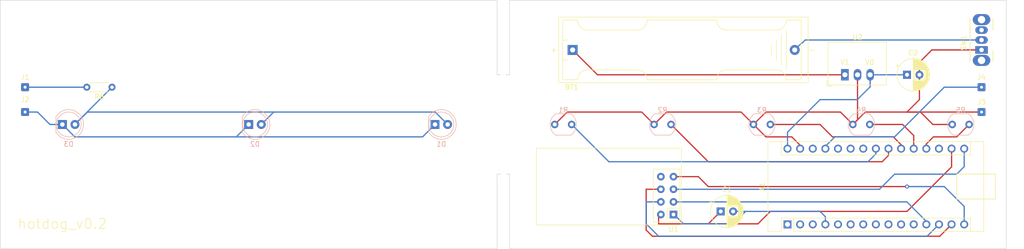
<source format=kicad_pcb>
(kicad_pcb (version 20211014) (generator pcbnew)
  (layers (0 "F.Cu" signal) (31 "B.Cu" signal) (34 "B.Paste" user) (35 "F.Paste" user) (36 "B.SilkS" user "B.Silkscreen") (37 "F.SilkS" user "F.Silkscreen") (38 "B.Mask" user) (39 "F.Mask" user) (44 "Edge.Cuts" user))
  (net 0 "")
  (net 4 "Net-(A1-Pad4)")
  (net 12 "Net-(A1-Pad12)")
  (net 13 "Net-(A1-Pad13)")
  (net 14 "Net-(A1-Pad14)")
  (net 15 "Net-(A1-Pad15)")
  (net 16 "Net-(A1-Pad16)")
  (net 17 "Net-(A1-Pad17)")
  (net 19 "Net-(A1-Pad19)")
  (net 20 "Net-(A1-Pad20)")
  (net 21 "Net-(A1-Pad21)")
  (net 22 "Net-(A1-Pad22)")
  (net 23 "Net-(A1-Pad23)")
  (net 27 "Net-(A1-Pad27)")
  (net 29 "Net-(A1-Pad29)")
  (net 30 "Net-(A1-Pad30)")
  (net 31 "Net-(D1-Pad1)")
  (net 32 "Net-(D1-Pad2)")
  (net 33 "Net-(J1-Pad1)")
  (net 34 "Net-(BT1-Pad1)")
  (net 35 "Net-(BT1-Pad2)")
  (footprint "MountingHole:MountingHole_2mm" (layer "F.Cu") (at 151.25 72.5)
    (fp_text reference "REF**" hide)
    (fp_text value "MountingHole_2mm")
    (pad "" np_thru_hole circle (at 0 0) (size 1 1) (drill 1) (layers F&B.Cu *.Mask))
  )
  (footprint "Resistor_THT:R_Axial_DIN0204_L3.6mm_D1.6mm_P5.08mm_Horizontal" (layer "F.Cu") (at 72.5 67.5 180)
    (fp_text reference "R6" (at 2.54 -1.92 180) (layer "F.SilkS"))
    (fp_text value "R")
    (pad "1" thru_hole circle (at 0 0 180) (size 1.4 1.4) (drill 0.7) (layers *.Cu *.Mask) (net 32 "Net-(D1-Pad2)"))
    (pad "2" thru_hole oval (at 5.08 0 180) (size 1.4 1.4) (drill 0.7) (layers *.Cu *.Mask) (net 33 "Net-(J1-Pad1)"))
  )
  (footprint "Connector_Wire:SolderWire-0.1sqmm_1x01_D0.4mm_OD1mm" (layer "F.Cu") (at 247.5 67.5)
    (fp_text reference "J4" (at 0 -2) (layer "F.SilkS"))
    (fp_text value "Conn_01x01")
    (pad "1" thru_hole roundrect (at 0 0) (size 1.6 1.6) (drill 0.6) (layers *.Cu *.Mask) (roundrect_rratio 0.15625) (net 27 "Net-(A1-Pad27)"))
  )
  (footprint "MountingHole:MountingHole_2mm" (layer "F.Cu") (at 151.25 77.5)
    (fp_text reference "REF**" hide)
    (fp_text value "MountingHole_2mm")
    (pad "" np_thru_hole circle (at 0 0) (size 1 1) (drill 1) (layers F&B.Cu *.Mask))
  )
  (footprint "Module:Arduino_Nano" (layer "F.Cu") (at 208.45 95.11 90)
    (fp_text reference "A1" (at 7.62 -5.08 90) (layer "F.SilkS"))
    (fp_text value "Arduino_Nano_v2.x")
    (pad "1" thru_hole rect (at 0 0 90) (size 1.6 1.6) (drill 1) (layers *.Cu *.Mask))
    (pad "2" thru_hole oval (at 0 2.54 90) (size 1.6 1.6) (drill 1) (layers *.Cu *.Mask))
    (pad "3" thru_hole oval (at 0 5.08 90) (size 1.6 1.6) (drill 1) (layers *.Cu *.Mask))
    (pad "4" thru_hole oval (at 0 7.62 90) (size 1.6 1.6) (drill 1) (layers *.Cu *.Mask) (net 4 "Net-(A1-Pad4)"))
    (pad "5" thru_hole oval (at 0 10.16 90) (size 1.6 1.6) (drill 1) (layers *.Cu *.Mask))
    (pad "6" thru_hole oval (at 0 12.7 90) (size 1.6 1.6) (drill 1) (layers *.Cu *.Mask))
    (pad "7" thru_hole oval (at 0 15.24 90) (size 1.6 1.6) (drill 1) (layers *.Cu *.Mask))
    (pad "8" thru_hole oval (at 0 17.78 90) (size 1.6 1.6) (drill 1) (layers *.Cu *.Mask))
    (pad "9" thru_hole oval (at 0 20.32 90) (size 1.6 1.6) (drill 1) (layers *.Cu *.Mask))
    (pad "10" thru_hole oval (at 0 22.86 90) (size 1.6 1.6) (drill 1) (layers *.Cu *.Mask))
    (pad "11" thru_hole oval (at 0 25.4 90) (size 1.6 1.6) (drill 1) (layers *.Cu *.Mask))
    (pad "12" thru_hole oval (at 0 27.94 90) (size 1.6 1.6) (drill 1) (layers *.Cu *.Mask) (net 12 "Net-(A1-Pad12)"))
    (pad "13" thru_hole oval (at 0 30.48 90) (size 1.6 1.6) (drill 1) (layers *.Cu *.Mask) (net 13 "Net-(A1-Pad13)"))
    (pad "14" thru_hole oval (at 0 33.02 90) (size 1.6 1.6) (drill 1) (layers *.Cu *.Mask) (net 14 "Net-(A1-Pad14)"))
    (pad "15" thru_hole oval (at 0 35.56 90) (size 1.6 1.6) (drill 1) (layers *.Cu *.Mask) (net 15 "Net-(A1-Pad15)"))
    (pad "16" thru_hole oval (at 15.24 35.56 90) (size 1.6 1.6) (drill 1) (layers *.Cu *.Mask) (net 16 "Net-(A1-Pad16)"))
    (pad "17" thru_hole oval (at 15.24 33.02 90) (size 1.6 1.6) (drill 1) (layers *.Cu *.Mask) (net 17 "Net-(A1-Pad17)"))
    (pad "18" thru_hole oval (at 15.24 30.48 90) (size 1.6 1.6) (drill 1) (layers *.Cu *.Mask))
    (pad "19" thru_hole oval (at 15.24 27.94 90) (size 1.6 1.6) (drill 1) (layers *.Cu *.Mask) (net 19 "Net-(A1-Pad19)"))
    (pad "20" thru_hole oval (at 15.24 25.4 90) (size 1.6 1.6) (drill 1) (layers *.Cu *.Mask) (net 20 "Net-(A1-Pad20)"))
    (pad "21" thru_hole oval (at 15.24 22.86 90) (size 1.6 1.6) (drill 1) (layers *.Cu *.Mask) (net 21 "Net-(A1-Pad21)"))
    (pad "22" thru_hole oval (at 15.24 20.32 90) (size 1.6 1.6) (drill 1) (layers *.Cu *.Mask) (net 22 "Net-(A1-Pad22)"))
    (pad "23" thru_hole oval (at 15.24 17.78 90) (size 1.6 1.6) (drill 1) (layers *.Cu *.Mask) (net 23 "Net-(A1-Pad23)"))
    (pad "24" thru_hole oval (at 15.24 15.24 90) (size 1.6 1.6) (drill 1) (layers *.Cu *.Mask))
    (pad "25" thru_hole oval (at 15.24 12.7 90) (size 1.6 1.6) (drill 1) (layers *.Cu *.Mask))
    (pad "26" thru_hole oval (at 15.24 10.16 90) (size 1.6 1.6) (drill 1) (layers *.Cu *.Mask))
    (pad "27" thru_hole oval (at 15.24 7.62 90) (size 1.6 1.6) (drill 1) (layers *.Cu *.Mask) (net 27 "Net-(A1-Pad27)"))
    (pad "28" thru_hole oval (at 15.24 5.08 90) (size 1.6 1.6) (drill 1) (layers *.Cu *.Mask))
    (pad "29" thru_hole oval (at 15.24 2.54 90) (size 1.6 1.6) (drill 1) (layers *.Cu *.Mask) (net 29 "Net-(A1-Pad29)"))
    (pad "30" thru_hole oval (at 15.24 0 90) (size 1.6 1.6) (drill 1) (layers *.Cu *.Mask) (net 30 "Net-(A1-Pad30)"))
  )
  (footprint "MountingHole:MountingHole_2mm" (layer "F.Cu") (at 151.25 65)
    (fp_text reference "REF**" hide)
    (fp_text value "MountingHole_2mm")
    (pad "" np_thru_hole circle (at 0 0) (size 1 1) (drill 1) (layers F&B.Cu *.Mask))
  )
  (footprint "RF_Module:nRF24L01_Breakout" (layer "F.Cu") (at 185.5 93.125 180)
    (fp_text reference "U1" (at 0 -3) (layer "F.SilkS"))
    (fp_text value "NRF24L01_Breakout")
    (pad "1" thru_hole rect (at 0 0 180) (size 1.524 1.524) (drill 0.762) (layers *.Cu *.Mask) (net 4 "Net-(A1-Pad4)"))
    (pad "2" thru_hole circle (at 2.54 0 180) (size 1.524 1.524) (drill 0.762) (layers *.Cu *.Mask) (net 17 "Net-(A1-Pad17)"))
    (pad "3" thru_hole circle (at 0 2.54 180) (size 1.524 1.524) (drill 0.762) (layers *.Cu *.Mask) (net 12 "Net-(A1-Pad12)"))
    (pad "4" thru_hole circle (at 2.54 2.54 180) (size 1.524 1.524) (drill 0.762) (layers *.Cu *.Mask) (net 13 "Net-(A1-Pad13)"))
    (pad "5" thru_hole circle (at 0 5.08 180) (size 1.524 1.524) (drill 0.762) (layers *.Cu *.Mask) (net 16 "Net-(A1-Pad16)"))
    (pad "6" thru_hole circle (at 2.54 5.08 180) (size 1.524 1.524) (drill 0.762) (layers *.Cu *.Mask) (net 14 "Net-(A1-Pad14)"))
    (pad "7" thru_hole circle (at 0 7.62 180) (size 1.524 1.524) (drill 0.762) (layers *.Cu *.Mask) (net 15 "Net-(A1-Pad15)"))
    (pad "8" thru_hole circle (at 2.54 7.62 180) (size 1.524 1.524) (drill 0.762) (layers *.Cu *.Mask))
  )
  (footprint "Battery:BatteryHolder_Keystone_2466_1xAAA" (layer "F.Cu") (at 165.2 60)
    (fp_text reference "BT1" (at -0.2 7.5 180) (layer "F.SilkS"))
    (fp_text value "Battery_Cell")
    (fp_text user "+" (at -3.81 0) (layer "F.SilkS"))
    (fp_text user "-" (at 48.26 0) (layer "F.SilkS"))
    (pad "1" thru_hole rect (at 0 0) (size 2 2) (drill 1.02) (layers *.Cu *.Mask) (net 34 "Net-(BT1-Pad1)"))
    (pad "2" thru_hole circle (at 44.7 0) (size 2 2) (drill 1.02) (layers *.Cu *.Mask) (net 35 "Net-(BT1-Pad2)"))
  )
  (footprint "Capacitor_THT:CP_Radial_D6.3mm_P2.50mm" (layer "F.Cu") (at 195 92.5)
    (fp_text reference "C1" (at 1.25 -4.4) (layer "F.SilkS"))
    (fp_text value "C_Polarized")
    (pad "1" thru_hole rect (at 0 0) (size 1.6 1.6) (drill 0.8) (layers *.Cu *.Mask) (net 17 "Net-(A1-Pad17)"))
    (pad "2" thru_hole circle (at 2.5 0) (size 1.6 1.6) (drill 0.8) (layers *.Cu *.Mask) (net 4 "Net-(A1-Pad4)"))
  )
  (footprint "Converter_DCDC:Converter_DCDC_RECOM_R-78E-0.5_THT" (layer "F.Cu") (at 220 65)
    (fp_text reference "U2" (at 2.54 -7.56) (layer "F.SilkS"))
    (fp_text value "ME2108A")
    (pad "1" thru_hole rect (at 0 0) (size 1.5 2.3) (drill 1) (layers *.Cu *.Mask) (net 34 "Net-(BT1-Pad1)"))
    (pad "2" thru_hole oval (at 2.54 0) (size 1.5 2.3) (drill 1) (layers *.Cu *.Mask) (net 29 "Net-(A1-Pad29)"))
    (pad "3" thru_hole oval (at 5.08 0) (size 1.5 2.3) (drill 1) (layers *.Cu *.Mask) (net 30 "Net-(A1-Pad30)"))
  )
  (footprint "Connector_Wire:SolderWire-0.1sqmm_1x01_D0.4mm_OD1mm" (layer "F.Cu") (at 247.5 72.5)
    (fp_text reference "J3" (at 0 -2) (layer "F.SilkS"))
    (fp_text value "Conn_01x01")
    (pad "1" thru_hole roundrect (at 0 0) (size 1.6 1.6) (drill 0.6) (layers *.Cu *.Mask) (roundrect_rratio 0.15625) (net 29 "Net-(A1-Pad29)"))
  )
  (footprint "Capacitor_THT:CP_Radial_D6.3mm_P2.50mm" (layer "F.Cu") (at 232.5 65)
    (fp_text reference "C2" (at 1.25 -4.4) (layer "F.SilkS"))
    (fp_text value "C_Polarized")
    (pad "1" thru_hole rect (at 0 0) (size 1.6 1.6) (drill 0.8) (layers *.Cu *.Mask) (net 30 "Net-(A1-Pad30)"))
    (pad "2" thru_hole circle (at 2.5 0) (size 1.6 1.6) (drill 0.8) (layers *.Cu *.Mask) (net 29 "Net-(A1-Pad29)"))
  )
  (footprint "MountingHole:MountingHole_2mm" (layer "F.Cu") (at 151.25 80)
    (fp_text reference "REF**" hide)
    (fp_text value "MountingHole_2mm")
    (pad "" np_thru_hole circle (at 0 0) (size 1 1) (drill 1) (layers F&B.Cu *.Mask))
  )
  (footprint "Connector_Wire:SolderWire-0.1sqmm_1x01_D0.4mm_OD1mm" (layer "F.Cu") (at 55 72.5)
    (fp_text reference "J2" (at 0 -2.5) (layer "F.SilkS"))
    (fp_text value "Conn_01x01")
    (pad "1" thru_hole roundrect (at 0 0) (size 1.6 1.6) (drill 0.6) (layers *.Cu *.Mask) (roundrect_rratio 0.15625) (net 31 "Net-(D1-Pad1)"))
  )
  (footprint "MountingHole:MountingHole_2mm" (layer "F.Cu") (at 151.25 85)
    (fp_text reference "REF**" hide)
    (fp_text value "MountingHole_2mm")
    (pad "" np_thru_hole circle (at 0 0) (size 1 1) (drill 1) (layers F&B.Cu *.Mask))
  )
  (footprint "Connector_Wire:SolderWire-0.1sqmm_1x01_D0.4mm_OD1mm" (layer "F.Cu") (at 55 67.5)
    (fp_text reference "J1" (at 0 -2) (layer "F.SilkS"))
    (fp_text value "Conn_01x01")
    (pad "1" thru_hole roundrect (at 0 0) (size 1.6 1.6) (drill 0.6) (layers *.Cu *.Mask) (roundrect_rratio 0.15625) (net 33 "Net-(J1-Pad1)"))
  )
  (footprint "MountingHole:MountingHole_2mm" (layer "F.Cu") (at 151.25 67.5)
    (fp_text reference "REF**" hide)
    (fp_text value "MountingHole_2mm")
    (pad "" np_thru_hole circle (at 0 0) (size 1 1) (drill 1) (layers F&B.Cu *.Mask))
  )
  (footprint "Button_Switch_THT:SW_CuK_OS102011MA1QN1_SPDT_Angled" (layer "F.Cu") (at 247.5 60 90)
    (fp_text reference "SW1" (at 1.4 -3.6 90) (layer "F.SilkS"))
    (fp_text value "SW_SPST")
    (pad "" thru_hole oval (at -2.1 0 90) (size 2.2 3.5) (drill 1.5) (layers *.Cu *.Mask))
    (pad "" thru_hole oval (at 6.1 0 90) (size 2.2 3.5) (drill 1.5) (layers *.Cu *.Mask))
    (pad "1" thru_hole rect (at 0 0 90) (size 1.5 2.5) (drill 0.9) (layers *.Cu *.Mask) (net 29 "Net-(A1-Pad29)"))
    (pad "2" thru_hole oval (at 2 0 90) (size 1.5 2.5) (drill 0.9) (layers *.Cu *.Mask) (net 35 "Net-(BT1-Pad2)"))
    (pad "3" thru_hole oval (at 4 0 90) (size 1.5 2.5) (drill 0.9) (layers *.Cu *.Mask))
  )
  (footprint "MountingHole:MountingHole_2mm" (layer "F.Cu") (at 151.25 75)
    (fp_text reference "REF**" hide)
    (fp_text value "MountingHole_2mm")
    (pad "" np_thru_hole circle (at 0 0) (size 1 1) (drill 1) (layers F&B.Cu *.Mask))
  )
  (footprint "MountingHole:MountingHole_2mm" (layer "F.Cu") (at 151.25 70)
    (fp_text reference "REF**" hide)
    (fp_text value "MountingHole_2mm")
    (pad "" np_thru_hole circle (at 0 0) (size 1 1) (drill 1) (layers F&B.Cu *.Mask))
  )
  (footprint "MountingHole:MountingHole_2mm" (layer "F.Cu") (at 151.25 82.5)
    (fp_text reference "REF**" hide)
    (fp_text value "MountingHole_2mm")
    (pad "" np_thru_hole circle (at 0 0) (size 1 1) (drill 1) (layers F&B.Cu *.Mask))
  )
  (footprint "OptoDevice:R_LDR_5.1x4.3mm_P3.4mm_Vertical" (layer "B.Cu") (at 225 75 180)
    (fp_text reference "R4" (at 1.7 2.9) (layer "B.SilkS") (effects (justify mirror)))
    (fp_text value "LDR07")
    (pad "1" thru_hole circle (at 0 0 180) (size 1.5 1.5) (drill 0.8) (layers *.Cu *.Mask) (net 20 "Net-(A1-Pad20)"))
    (pad "2" thru_hole circle (at 3.4 0 180) (size 1.5 1.5) (drill 0.8) (layers *.Cu *.Mask) (net 29 "Net-(A1-Pad29)"))
  )
  (footprint "OptoDevice:R_LDR_5.1x4.3mm_P3.4mm_Vertical" (layer "B.Cu") (at 205 75 180)
    (fp_text reference "R3" (at 1.7 2.9) (layer "B.SilkS") (effects (justify mirror)))
    (fp_text value "LDR07")
    (pad "1" thru_hole circle (at 0 0 180) (size 1.5 1.5) (drill 0.8) (layers *.Cu *.Mask) (net 21 "Net-(A1-Pad21)"))
    (pad "2" thru_hole circle (at 3.4 0 180) (size 1.5 1.5) (drill 0.8) (layers *.Cu *.Mask) (net 29 "Net-(A1-Pad29)"))
  )
  (footprint "LED_THT:LED_D5.0mm" (layer "B.Cu") (at 137.5 75)
    (fp_text reference "D1" (at 1.27 3.96) (layer "B.SilkS") (effects (justify mirror)))
    (fp_text value "LED")
    (pad "1" thru_hole rect (at 0 0) (size 1.8 1.8) (drill 0.9) (layers *.Cu *.Mask) (net 31 "Net-(D1-Pad1)"))
    (pad "2" thru_hole circle (at 2.54 0) (size 1.8 1.8) (drill 0.9) (layers *.Cu *.Mask) (net 32 "Net-(D1-Pad2)"))
  )
  (footprint "OptoDevice:R_LDR_5.1x4.3mm_P3.4mm_Vertical" (layer "B.Cu") (at 245 75 180)
    (fp_text reference "R5" (at 1.7 2.9) (layer "B.SilkS") (effects (justify mirror)))
    (fp_text value "LDR07")
    (pad "1" thru_hole circle (at 0 0 180) (size 1.5 1.5) (drill 0.8) (layers *.Cu *.Mask) (net 19 "Net-(A1-Pad19)"))
    (pad "2" thru_hole circle (at 3.4 0 180) (size 1.5 1.5) (drill 0.8) (layers *.Cu *.Mask) (net 29 "Net-(A1-Pad29)"))
  )
  (footprint "OptoDevice:R_LDR_5.1x4.3mm_P3.4mm_Vertical" (layer "B.Cu") (at 165 75 180)
    (fp_text reference "R1" (at 1.7 2.9) (layer "B.SilkS") (effects (justify mirror)))
    (fp_text value "LDR07")
    (pad "1" thru_hole circle (at 0 0 180) (size 1.5 1.5) (drill 0.8) (layers *.Cu *.Mask) (net 23 "Net-(A1-Pad23)"))
    (pad "2" thru_hole circle (at 3.4 0 180) (size 1.5 1.5) (drill 0.8) (layers *.Cu *.Mask) (net 29 "Net-(A1-Pad29)"))
  )
  (footprint "LED_THT:LED_D5.0mm" (layer "B.Cu") (at 100 75)
    (fp_text reference "D2" (at 1.27 3.96) (layer "B.SilkS") (effects (justify mirror)))
    (fp_text value "LED")
    (pad "1" thru_hole rect (at 0 0) (size 1.8 1.8) (drill 0.9) (layers *.Cu *.Mask) (net 31 "Net-(D1-Pad1)"))
    (pad "2" thru_hole circle (at 2.54 0) (size 1.8 1.8) (drill 0.9) (layers *.Cu *.Mask) (net 32 "Net-(D1-Pad2)"))
  )
  (footprint "LED_THT:LED_D5.0mm" (layer "B.Cu") (at 62.5 75)
    (fp_text reference "D3" (at 1.27 3.96) (layer "B.SilkS") (effects (justify mirror)))
    (fp_text value "LED")
    (pad "1" thru_hole rect (at 0 0) (size 1.8 1.8) (drill 0.9) (layers *.Cu *.Mask) (net 31 "Net-(D1-Pad1)"))
    (pad "2" thru_hole circle (at 2.54 0) (size 1.8 1.8) (drill 0.9) (layers *.Cu *.Mask) (net 32 "Net-(D1-Pad2)"))
  )
  (footprint "OptoDevice:R_LDR_5.1x4.3mm_P3.4mm_Vertical" (layer "B.Cu") (at 185 75 180)
    (fp_text reference "R2" (at 1.7 2.9) (layer "B.SilkS") (effects (justify mirror)))
    (fp_text value "LDR07")
    (pad "1" thru_hole circle (at 0 0 180) (size 1.5 1.5) (drill 0.8) (layers *.Cu *.Mask) (net 22 "Net-(A1-Pad22)"))
    (pad "2" thru_hole circle (at 3.4 0 180) (size 1.5 1.5) (drill 0.8) (layers *.Cu *.Mask) (net 29 "Net-(A1-Pad29)"))
  )
  (gr_rect (start 242.5 90) (end 250.28 85) (layer "F.SilkS") (width 0.15) (fill none))
  (gr_line (start 152.5 50) (end 252.5 50) (layer "Edge.Cuts") (width 0.1))
  (gr_line (start 50 50) (end 50 100) (layer "Edge.Cuts") (width 0.1))
  (gr_line (start 50 50) (end 150 50) (layer "Edge.Cuts") (width 0.1))
  (gr_line (start 150 50) (end 150 65) (layer "Edge.Cuts") (width 0.1))
  (gr_line (start 150 100) (end 150 85) (layer "Edge.Cuts") (width 0.1))
  (gr_line (start 152.5 100) (end 152.5 85) (layer "Edge.Cuts") (width 0.1))
  (gr_line (start 252.5 50) (end 252.5 100) (layer "Edge.Cuts") (width 0.1))
  (gr_line (start 152.5 50) (end 152.5 65) (layer "Edge.Cuts") (width 0.1))
  (gr_line (start 150 85) (end 152.5 85) (layer "Edge.Cuts") (width 0.1))
  (gr_line (start 252.5 100) (end 152.5 100) (layer "Edge.Cuts") (width 0.1))
  (gr_line (start 50 100) (end 150 100) (layer "Edge.Cuts") (width 0.1))
  (gr_line (start 152.5 65) (end 150 65) (layer "Edge.Cuts") (width 0.1))
  (gr_text "hotdog_v0.2" (at 62.5 95) (layer "F.SilkS") (effects (font (size 2 2))))
  (gr_text "V1" (at 220 62.5) (layer "F.SilkS") (effects (font (size 1 1))))
  (gr_text "V0" (at 225 62.5) (layer "F.SilkS") (effects (font (size 1 1))))
  (segment (start 197.5 92.5) (end 200 92.5) (width 0.25) (layer "B.Cu") (net 4))
  (segment (start 185.5 93.125) (end 185.999511 93.624511) (width 0.25) (layer "B.Cu") (net 4))
  (segment (start 187.5 95) (end 197.5 95) (width 0.25) (layer "B.Cu") (net 4))
  (segment (start 216.07 95.11) (end 216.07 93.57) (width 0.25) (layer "B.Cu") (net 4))
  (segment (start 185.999511 93.624511) (end 186.124511 93.624511) (width 0.25) (layer "B.Cu") (net 4))
  (segment (start 216.07 93.57) (end 215 92.5) (width 0.25) (layer "B.Cu") (net 4))
  (segment (start 197.5 95) (end 200 92.5) (width 0.25) (layer "B.Cu") (net 4))
  (segment (start 215 92.5) (end 200 92.5) (width 0.25) (layer "B.Cu") (net 4))
  (segment (start 186.124511 93.624511) (end 187.5 95) (width 0.25) (layer "B.Cu") (net 4))
  (segment (start 232.475 90.585) (end 236.39 94.5) (width 0.25) (layer "B.Cu") (net 12))
  (segment (start 185.5 90.585) (end 232.475 90.585) (width 0.25) (layer "B.Cu") (net 12))
  (segment (start 236.39 94.5) (end 236.39 95.11) (width 0.25) (layer "B.Cu") (net 12))
  (segment (start 182.96 90.585) (end 180 90.585) (width 0.25) (layer "B.Cu") (net 13))
  (segment (start 180 95) (end 182.5 97.5) (width 0.25) (layer "B.Cu") (net 13))
  (segment (start 180 90.585) (end 180 95) (width 0.25) (layer "B.Cu") (net 13))
  (segment (start 236.54 97.5) (end 238.93 95.11) (width 0.25) (layer "B.Cu") (net 13))
  (segment (start 182.5 97.5) (end 236.54 97.5) (width 0.25) (layer "B.Cu") (net 13))
  (segment (start 182.96 88.045) (end 180 88.045) (width 0.25) (layer "F.Cu") (net 14))
  (segment (start 180 96.25) (end 181.25 97.5) (width 0.25) (layer "F.Cu") (net 14))
  (segment (start 181.25 97.5) (end 239.08 97.5) (width 0.25) (layer "F.Cu") (net 14))
  (segment (start 239.08 97.5) (end 241.47 95.11) (width 0.25) (layer "F.Cu") (net 14))
  (segment (start 180 88.045) (end 180 96.25) (width 0.25) (layer "F.Cu") (net 14))
  (segment (start 185.5 85.505) (end 190.505 85.505) (width 0.25) (layer "F.Cu") (net 15))
  (segment (start 192.5 87.5) (end 232.5 87.5) (width 0.25) (layer "F.Cu") (net 15))
  (segment (start 190.505 85.505) (end 192.5 87.5) (width 0.25) (layer "F.Cu") (net 15))
  (via (at 232.5 87.5) (size 0.8) (drill 0.4) (layers "F.Cu" "B.Cu") (net 15))
  (segment (start 244.01 91.51) (end 244.01 95.11) (width 0.25) (layer "B.Cu") (net 15))
  (segment (start 232.5 87.5) (end 240 87.5) (width 0.25) (layer "B.Cu") (net 15))
  (segment (start 240 87.5) (end 244.01 91.51) (width 0.25) (layer "B.Cu") (net 15))
  (segment (start 242.5 85) (end 244.01 83.49) (width 0.25) (layer "B.Cu") (net 16))
  (segment (start 226.955 88.045) (end 230 85) (width 0.25) (layer "B.Cu") (net 16))
  (segment (start 185.5 88.045) (end 226.955 88.045) (width 0.25) (layer "B.Cu") (net 16))
  (segment (start 230 85) (end 242.5 85) (width 0.25) (layer "B.Cu") (net 16))
  (segment (start 244.01 83.49) (end 244.01 79.87) (width 0.25) (layer "B.Cu") (net 16))
  (segment (start 202.5 95) (end 205 92.5) (width 0.25) (layer "F.Cu") (net 17))
  (segment (start 192.5 95) (end 202.5 95) (width 0.25) (layer "F.Cu") (net 17))
  (segment (start 182.5 95) (end 182.5 93.585) (width 0.25) (layer "F.Cu") (net 17))
  (segment (start 192.5 95) (end 182.5 95) (width 0.25) (layer "F.Cu") (net 17))
  (segment (start 241.47 83.53) (end 241.47 79.87) (width 0.25) (layer "F.Cu") (net 17))
  (segment (start 195 92.5) (end 192.5 95) (width 0.25) (layer "F.Cu") (net 17))
  (segment (start 232.5 92.5) (end 241.47 83.53) (width 0.25) (layer "F.Cu") (net 17))
  (segment (start 182.5 93.585) (end 182.96 93.125) (width 0.25) (layer "F.Cu") (net 17))
  (segment (start 205 92.5) (end 232.5 92.5) (width 0.25) (layer "F.Cu") (net 17))
  (segment (start 237.815 77.5) (end 236.39 78.925) (width 0.25) (layer "F.Cu") (net 19))
  (segment (start 242.5 77.5) (end 237.815 77.5) (width 0.25) (layer "F.Cu") (net 19))
  (segment (start 236.39 78.925) (end 236.39 79.87) (width 0.25) (layer "F.Cu") (net 19))
  (segment (start 245 75) (end 242.5 77.5) (width 0.25) (layer "F.Cu") (net 19))
  (segment (start 225 75) (end 231.62 75) (width 0.25) (layer "F.Cu") (net 20))
  (segment (start 233.85 77.23) (end 233.85 79.87) (width 0.25) (layer "F.Cu") (net 20))
  (segment (start 231.62 75) (end 233.85 77.23) (width 0.25) (layer "F.Cu") (net 20))
  (segment (start 205 75) (end 215 75) (width 0.25) (layer "F.Cu") (net 21))
  (segment (start 231.31 79.075) (end 231.31 79.87) (width 0.25) (layer "F.Cu") (net 21))
  (segment (start 217.5 77.5) (end 229.735 77.5) (width 0.25) (layer "F.Cu") (net 21))
  (segment (start 215 75) (end 217.5 77.5) (width 0.25) (layer "F.Cu") (net 21))
  (segment (start 229.735 77.5) (end 231.31 79.075) (width 0.25) (layer "F.Cu") (net 21))
  (segment (start 185 75) (end 192.5 82.5) (width 0.25) (layer "F.Cu") (net 22))
  (segment (start 227.5 82.5) (end 228.77 81.23) (width 0.25) (layer "F.Cu") (net 22))
  (segment (start 192.5 82.5) (end 227.5 82.5) (width 0.25) (layer "F.Cu") (net 22))
  (segment (start 228.77 81.23) (end 228.77 79.87) (width 0.25) (layer "F.Cu") (net 22))
  (segment (start 172.5 82.5) (end 224.65 82.5) (width 0.25) (layer "B.Cu") (net 23))
  (segment (start 224.65 82.5) (end 226.23 80.92) (width 0.25) (layer "B.Cu") (net 23))
  (segment (start 165 75) (end 172.5 82.5) (width 0.25) (layer "B.Cu") (net 23))
  (segment (start 226.23 80.92) (end 226.23 79.87) (width 0.25) (layer "B.Cu") (net 23))
  (segment (start 247.5 67.5) (end 240 67.5) (width 0.25) (layer "B.Cu") (net 27))
  (segment (start 216.07 79.4) (end 216.07 79.87) (width 0.25) (layer "B.Cu") (net 27))
  (segment (start 217.97 77.5) (end 216.07 79.4) (width 0.25) (layer "B.Cu") (net 27))
  (segment (start 230 77.5) (end 217.97 77.5) (width 0.25) (layer "B.Cu") (net 27))
  (segment (start 240 67.5) (end 230 77.5) (width 0.25) (layer "B.Cu") (net 27))
  (segment (start 224.1 72.5) (end 247.5 72.5) (width 0.25) (layer "F.Cu") (net 29))
  (segment (start 235 70) (end 235 65) (width 0.25) (layer "F.Cu") (net 29))
  (segment (start 235.2 72.5) (end 232.5 72.5) (width 0.25) (layer "F.Cu") (net 29))
  (segment (start 204.1 72.5) (end 201.6 75) (width 0.25) (layer "F.Cu") (net 29))
  (segment (start 232.5 72.5) (end 235 70) (width 0.25) (layer "F.Cu") (net 29))
  (segment (start 222.54 74.06) (end 221.6 75) (width 0.25) (layer "F.Cu") (net 29))
  (segment (start 222.54 65) (end 222.54 74.06) (width 0.25) (layer "F.Cu") (net 29))
  (segment (start 201.6 75) (end 199.1 72.5) (width 0.25) (layer "F.Cu") (net 29))
  (segment (start 184.1 72.5) (end 181.6 75) (width 0.25) (layer "F.Cu") (net 29))
  (segment (start 199.1 72.5) (end 184.1 72.5) (width 0.25) (layer "F.Cu") (net 29))
  (segment (start 209.31 77.5) (end 210.99 79.18) (width 0.25) (layer "F.Cu") (net 29))
  (segment (start 221.6 75) (end 219.1 72.5) (width 0.25) (layer "F.Cu") (net 29))
  (segment (start 235 62.5) (end 237.5 60) (width 0.25) (layer "F.Cu") (net 29))
  (segment (start 219.1 72.5) (end 204.1 72.5) (width 0.25) (layer "F.Cu") (net 29))
  (segment (start 179.1 72.5) (end 164.1 72.5) (width 0.25) (layer "F.Cu") (net 29))
  (segment (start 241.6 75) (end 237.7 75) (width 0.25) (layer "F.Cu") (net 29))
  (segment (start 201.6 75) (end 204.1 77.5) (width 0.25) (layer "F.Cu") (net 29))
  (segment (start 164.1 72.5) (end 161.6 75) (width 0.25) (layer "F.Cu") (net 29))
  (segment (start 237.5 60) (end 247.5 60) (width 0.25) (layer "F.Cu") (net 29))
  (segment (start 181.6 75) (end 179.1 72.5) (width 0.25) (layer "F.Cu") (net 29))
  (segment (start 204.1 77.5) (end 209.31 77.5) (width 0.25) (layer "F.Cu") (net 29))
  (segment (start 224.1 72.5) (end 221.6 75) (width 0.25) (layer "F.Cu") (net 29))
  (segment (start 237.7 75) (end 235.2 72.5) (width 0.25) (layer "F.Cu") (net 29))
  (segment (start 210.99 79.18) (end 210.99 79.87) (width 0.25) (layer "F.Cu") (net 29))
  (segment (start 235 65) (end 235 62.5) (width 0.25) (layer "F.Cu") (net 29))
  (segment (start 232.5 65) (end 225 65) (width 0.25) (layer "B.Cu") (net 30))
  (segment (start 222.5 70) (end 225.08 67.42) (width 0.25) (layer "B.Cu") (net 30))
  (segment (start 225.08 67.42) (end 225.08 65) (width 0.25) (layer "B.Cu") (net 30))
  (segment (start 208.45 76.55) (end 215 70) (width 0.25) (layer "B.Cu") (net 30))
  (segment (start 215 70) (end 222.5 70) (width 0.25) (layer "B.Cu") (net 30))
  (segment (start 208.45 79.87) (end 208.45 76.55) (width 0.25) (layer "B.Cu") (net 30))
  (segment (start 60 75) (end 62.5 75) (width 0.25) (layer "B.Cu") (net 31))
  (segment (start 97.5 77.5) (end 100 75) (width 0.25) (layer "B.Cu") (net 31))
  (segment (start 97.5 77.5) (end 135 77.5) (width 0.25) (layer "B.Cu") (net 31))
  (segment (start 57.5 72.5) (end 60 75) (width 0.25) (layer "B.Cu") (net 31))
  (segment (start 55 72.5) (end 57.5 72.5) (width 0.25) (layer "B.Cu") (net 31))
  (segment (start 65 77.5) (end 97.5 77.5) (width 0.25) (layer "B.Cu") (net 31))
  (segment (start 135 77.5) (end 137.5 75) (width 0.25) (layer "B.Cu") (net 31))
  (segment (start 62.5 75) (end 65 77.5) (width 0.25) (layer "B.Cu") (net 31))
  (segment (start 65.04 75) (end 67.5 72.54) (width 0.25) (layer "B.Cu") (net 32))
  (segment (start 67.5 72.54) (end 67.5 72.5) (width 0.25) (layer "B.Cu") (net 32))
  (segment (start 72.5 67.5) (end 65.04 74.96) (width 0.25) (layer "B.Cu") (net 32))
  (segment (start 102.54 75) (end 105 72.54) (width 0.25) (layer "B.Cu") (net 32))
  (segment (start 105 72.5) (end 137.54 72.5) (width 0.25) (layer "B.Cu") (net 32))
  (segment (start 67.5 72.5) (end 105 72.5) (width 0.25) (layer "B.Cu") (net 32))
  (segment (start 105 72.54) (end 105 72.5) (width 0.25) (layer "B.Cu") (net 32))
  (segment (start 137.54 72.5) (end 140.04 75) (width 0.25) (layer "B.Cu") (net 32))
  (segment (start 65.04 74.96) (end 65.04 75) (width 0.25) (layer "B.Cu") (net 32))
  (segment (start 55 67.5) (end 67.42 67.5) (width 0.25) (layer "B.Cu") (net 33))
  (segment (start 220 65) (end 170.2 65) (width 0.25) (layer "F.Cu") (net 34))
  (segment (start 170.2 65) (end 165.2 60) (width 0.25) (layer "F.Cu") (net 34))
  (segment (start 211.274999 58.625001) (end 211.374999 58.625001) (width 0.25) (layer "B.Cu") (net 35))
  (segment (start 211.374999 58.625001) (end 212 58) (width 0.25) (layer "B.Cu") (net 35))
  (segment (start 209.9 60) (end 211.274999 58.625001) (width 0.25) (layer "B.Cu") (net 35))
  (segment (start 212 58) (end 247.5 58) (width 0.25) (layer "B.Cu") (net 35))
)
</source>
